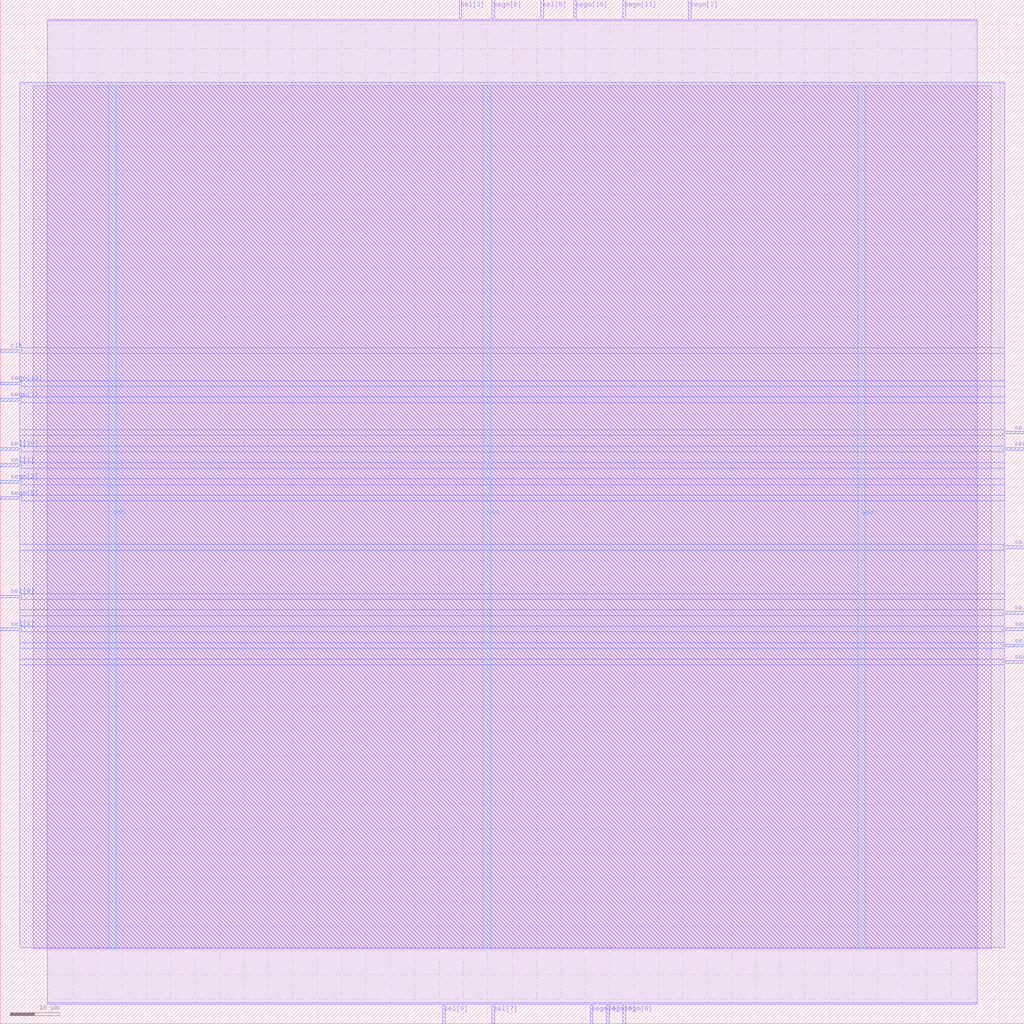
<source format=lef>
VERSION 5.7 ;
  NOWIREEXTENSIONATPIN ON ;
  DIVIDERCHAR "/" ;
  BUSBITCHARS "[]" ;
MACRO ita61
  CLASS BLOCK ;
  FOREIGN ita61 ;
  ORIGIN 0.000 0.000 ;
  SIZE 210.000 BY 210.000 ;
  PIN clk
    DIRECTION INPUT ;
    USE SIGNAL ;
    ANTENNAGATEAREA 4.738000 ;
    ANTENNADIFFAREA 0.410400 ;
    PORT
      LAYER Metal3 ;
        RECT 0.000 137.760 4.000 138.320 ;
    END
  END clk
  PIN segm[0]
    DIRECTION OUTPUT TRISTATE ;
    USE SIGNAL ;
    ANTENNADIFFAREA 0.360800 ;
    PORT
      LAYER Metal2 ;
        RECT 120.960 0.000 121.520 4.000 ;
    END
  END segm[0]
  PIN segm[10]
    DIRECTION OUTPUT TRISTATE ;
    USE SIGNAL ;
    ANTENNADIFFAREA 4.731200 ;
    PORT
      LAYER Metal2 ;
        RECT 117.600 206.000 118.160 210.000 ;
    END
  END segm[10]
  PIN segm[11]
    DIRECTION OUTPUT TRISTATE ;
    USE SIGNAL ;
    ANTENNADIFFAREA 4.731200 ;
    PORT
      LAYER Metal2 ;
        RECT 127.680 206.000 128.240 210.000 ;
    END
  END segm[11]
  PIN segm[12]
    DIRECTION OUTPUT TRISTATE ;
    USE SIGNAL ;
    ANTENNADIFFAREA 4.731200 ;
    PORT
      LAYER Metal3 ;
        RECT 206.000 117.600 210.000 118.160 ;
    END
  END segm[12]
  PIN segm[13]
    DIRECTION OUTPUT TRISTATE ;
    USE SIGNAL ;
    ANTENNADIFFAREA 4.731200 ;
    PORT
      LAYER Metal3 ;
        RECT 0.000 131.040 4.000 131.600 ;
    END
  END segm[13]
  PIN segm[1]
    DIRECTION OUTPUT TRISTATE ;
    USE SIGNAL ;
    ANTENNADIFFAREA 4.731200 ;
    PORT
      LAYER Metal3 ;
        RECT 206.000 73.920 210.000 74.480 ;
    END
  END segm[1]
  PIN segm[2]
    DIRECTION OUTPUT TRISTATE ;
    USE SIGNAL ;
    ANTENNADIFFAREA 4.731200 ;
    PORT
      LAYER Metal3 ;
        RECT 0.000 110.880 4.000 111.440 ;
    END
  END segm[2]
  PIN segm[3]
    DIRECTION OUTPUT TRISTATE ;
    USE SIGNAL ;
    ANTENNADIFFAREA 0.360800 ;
    PORT
      LAYER Metal2 ;
        RECT 141.120 206.000 141.680 210.000 ;
    END
  END segm[3]
  PIN segm[4]
    DIRECTION OUTPUT TRISTATE ;
    USE SIGNAL ;
    ANTENNADIFFAREA 4.731200 ;
    PORT
      LAYER Metal3 ;
        RECT 206.000 80.640 210.000 81.200 ;
    END
  END segm[4]
  PIN segm[5]
    DIRECTION OUTPUT TRISTATE ;
    USE SIGNAL ;
    ANTENNADIFFAREA 4.731200 ;
    PORT
      LAYER Metal3 ;
        RECT 0.000 107.520 4.000 108.080 ;
    END
  END segm[5]
  PIN segm[6]
    DIRECTION OUTPUT TRISTATE ;
    USE SIGNAL ;
    ANTENNADIFFAREA 4.731200 ;
    PORT
      LAYER Metal2 ;
        RECT 100.800 206.000 101.360 210.000 ;
    END
  END segm[6]
  PIN segm[7]
    DIRECTION OUTPUT TRISTATE ;
    USE SIGNAL ;
    ANTENNADIFFAREA 4.731200 ;
    PORT
      LAYER Metal3 ;
        RECT 0.000 127.680 4.000 128.240 ;
    END
  END segm[7]
  PIN segm[8]
    DIRECTION OUTPUT TRISTATE ;
    USE SIGNAL ;
    ANTENNADIFFAREA 4.731200 ;
    PORT
      LAYER Metal2 ;
        RECT 127.680 0.000 128.240 4.000 ;
    END
  END segm[8]
  PIN segm[9]
    DIRECTION OUTPUT TRISTATE ;
    USE SIGNAL ;
    ANTENNADIFFAREA 4.731200 ;
    PORT
      LAYER Metal2 ;
        RECT 124.320 0.000 124.880 4.000 ;
    END
  END segm[9]
  PIN sel[0]
    DIRECTION OUTPUT TRISTATE ;
    USE SIGNAL ;
    ANTENNADIFFAREA 4.731200 ;
    PORT
      LAYER Metal3 ;
        RECT 0.000 80.640 4.000 81.200 ;
    END
  END sel[0]
  PIN sel[10]
    DIRECTION OUTPUT TRISTATE ;
    USE SIGNAL ;
    ANTENNADIFFAREA 4.731200 ;
    PORT
      LAYER Metal3 ;
        RECT 0.000 117.600 4.000 118.160 ;
    END
  END sel[10]
  PIN sel[11]
    DIRECTION OUTPUT TRISTATE ;
    USE SIGNAL ;
    ANTENNADIFFAREA 4.731200 ;
    PORT
      LAYER Metal3 ;
        RECT 206.000 120.960 210.000 121.520 ;
    END
  END sel[11]
  PIN sel[1]
    DIRECTION OUTPUT TRISTATE ;
    USE SIGNAL ;
    ANTENNADIFFAREA 4.731200 ;
    PORT
      LAYER Metal3 ;
        RECT 0.000 114.240 4.000 114.800 ;
    END
  END sel[1]
  PIN sel[2]
    DIRECTION OUTPUT TRISTATE ;
    USE SIGNAL ;
    ANTENNADIFFAREA 4.731200 ;
    PORT
      LAYER Metal3 ;
        RECT 206.000 77.280 210.000 77.840 ;
    END
  END sel[2]
  PIN sel[3]
    DIRECTION OUTPUT TRISTATE ;
    USE SIGNAL ;
    ANTENNADIFFAREA 4.731200 ;
    PORT
      LAYER Metal2 ;
        RECT 94.080 206.000 94.640 210.000 ;
    END
  END sel[3]
  PIN sel[4]
    DIRECTION OUTPUT TRISTATE ;
    USE SIGNAL ;
    ANTENNADIFFAREA 4.731200 ;
    PORT
      LAYER Metal3 ;
        RECT 206.000 97.440 210.000 98.000 ;
    END
  END sel[4]
  PIN sel[5]
    DIRECTION OUTPUT TRISTATE ;
    USE SIGNAL ;
    ANTENNADIFFAREA 4.731200 ;
    PORT
      LAYER Metal2 ;
        RECT 110.880 206.000 111.440 210.000 ;
    END
  END sel[5]
  PIN sel[6]
    DIRECTION OUTPUT TRISTATE ;
    USE SIGNAL ;
    ANTENNADIFFAREA 4.731200 ;
    PORT
      LAYER Metal3 ;
        RECT 206.000 84.000 210.000 84.560 ;
    END
  END sel[6]
  PIN sel[7]
    DIRECTION OUTPUT TRISTATE ;
    USE SIGNAL ;
    ANTENNADIFFAREA 4.731200 ;
    PORT
      LAYER Metal2 ;
        RECT 100.800 0.000 101.360 4.000 ;
    END
  END sel[7]
  PIN sel[8]
    DIRECTION OUTPUT TRISTATE ;
    USE SIGNAL ;
    ANTENNADIFFAREA 4.731200 ;
    PORT
      LAYER Metal3 ;
        RECT 0.000 87.360 4.000 87.920 ;
    END
  END sel[8]
  PIN sel[9]
    DIRECTION OUTPUT TRISTATE ;
    USE SIGNAL ;
    ANTENNADIFFAREA 4.731200 ;
    PORT
      LAYER Metal2 ;
        RECT 90.720 0.000 91.280 4.000 ;
    END
  END sel[9]
  PIN vdd
    DIRECTION INOUT ;
    USE POWER ;
    PORT
      LAYER Metal4 ;
        RECT 22.240 15.380 23.840 192.380 ;
    END
    PORT
      LAYER Metal4 ;
        RECT 175.840 15.380 177.440 192.380 ;
    END
  END vdd
  PIN vss
    DIRECTION INOUT ;
    USE GROUND ;
    PORT
      LAYER Metal4 ;
        RECT 99.040 15.380 100.640 192.380 ;
    END
  END vss
  OBS
      LAYER Metal1 ;
        RECT 6.720 15.380 203.280 192.380 ;
      LAYER Metal2 ;
        RECT 9.660 205.700 93.780 206.000 ;
        RECT 94.940 205.700 100.500 206.000 ;
        RECT 101.660 205.700 110.580 206.000 ;
        RECT 111.740 205.700 117.300 206.000 ;
        RECT 118.460 205.700 127.380 206.000 ;
        RECT 128.540 205.700 140.820 206.000 ;
        RECT 141.980 205.700 200.340 206.000 ;
        RECT 9.660 4.300 200.340 205.700 ;
        RECT 9.660 4.000 90.420 4.300 ;
        RECT 91.580 4.000 100.500 4.300 ;
        RECT 101.660 4.000 120.660 4.300 ;
        RECT 121.820 4.000 124.020 4.300 ;
        RECT 125.180 4.000 127.380 4.300 ;
        RECT 128.540 4.000 200.340 4.300 ;
      LAYER Metal3 ;
        RECT 4.000 138.620 206.000 193.060 ;
        RECT 4.300 137.460 206.000 138.620 ;
        RECT 4.000 131.900 206.000 137.460 ;
        RECT 4.300 130.740 206.000 131.900 ;
        RECT 4.000 128.540 206.000 130.740 ;
        RECT 4.300 127.380 206.000 128.540 ;
        RECT 4.000 121.820 206.000 127.380 ;
        RECT 4.000 120.660 205.700 121.820 ;
        RECT 4.000 118.460 206.000 120.660 ;
        RECT 4.300 117.300 205.700 118.460 ;
        RECT 4.000 115.100 206.000 117.300 ;
        RECT 4.300 113.940 206.000 115.100 ;
        RECT 4.000 111.740 206.000 113.940 ;
        RECT 4.300 110.580 206.000 111.740 ;
        RECT 4.000 108.380 206.000 110.580 ;
        RECT 4.300 107.220 206.000 108.380 ;
        RECT 4.000 98.300 206.000 107.220 ;
        RECT 4.000 97.140 205.700 98.300 ;
        RECT 4.000 88.220 206.000 97.140 ;
        RECT 4.300 87.060 206.000 88.220 ;
        RECT 4.000 84.860 206.000 87.060 ;
        RECT 4.000 83.700 205.700 84.860 ;
        RECT 4.000 81.500 206.000 83.700 ;
        RECT 4.300 80.340 205.700 81.500 ;
        RECT 4.000 78.140 206.000 80.340 ;
        RECT 4.000 76.980 205.700 78.140 ;
        RECT 4.000 74.780 206.000 76.980 ;
        RECT 4.000 73.620 205.700 74.780 ;
        RECT 4.000 15.540 206.000 73.620 ;
  END
END ita61
END LIBRARY


</source>
